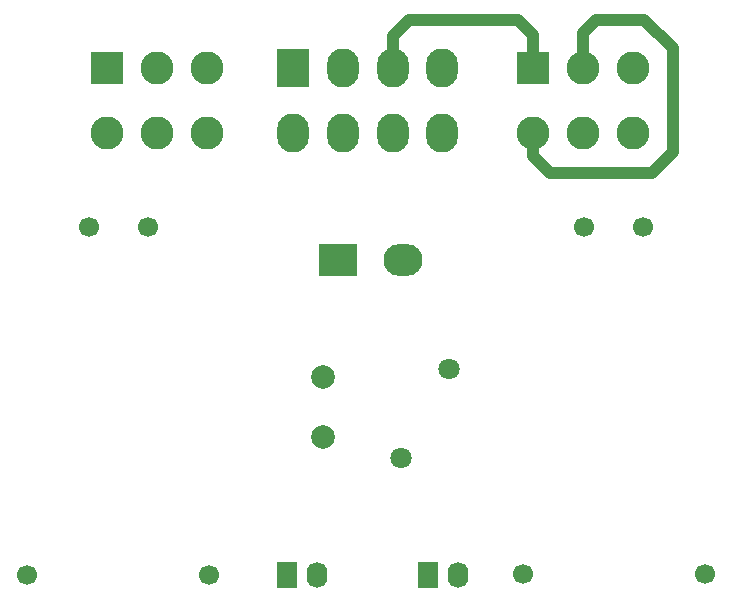
<source format=gtl>
G04 #@! TF.GenerationSoftware,KiCad,Pcbnew,(5.0.1)-3*
G04 #@! TF.CreationDate,2019-01-09T08:56:28+01:00*
G04 #@! TF.ProjectId,P300_HiVolt,503330305F4869566F6C742E6B696361,rev?*
G04 #@! TF.SameCoordinates,Original*
G04 #@! TF.FileFunction,Copper,L1,Top,Signal*
G04 #@! TF.FilePolarity,Positive*
%FSLAX46Y46*%
G04 Gerber Fmt 4.6, Leading zero omitted, Abs format (unit mm)*
G04 Created by KiCad (PCBNEW (5.0.1)-3) date 09.01.2019 08:56:28*
%MOMM*%
%LPD*%
G01*
G04 APERTURE LIST*
G04 #@! TA.AperFunction,ComponentPad*
%ADD10R,2.800000X2.800000*%
G04 #@! TD*
G04 #@! TA.AperFunction,ComponentPad*
%ADD11C,2.800000*%
G04 #@! TD*
G04 #@! TA.AperFunction,ComponentPad*
%ADD12C,1.700000*%
G04 #@! TD*
G04 #@! TA.AperFunction,ComponentPad*
%ADD13R,3.300000X2.700000*%
G04 #@! TD*
G04 #@! TA.AperFunction,ComponentPad*
%ADD14O,3.300000X2.700000*%
G04 #@! TD*
G04 #@! TA.AperFunction,ComponentPad*
%ADD15R,2.700000X3.300000*%
G04 #@! TD*
G04 #@! TA.AperFunction,ComponentPad*
%ADD16O,2.700000X3.300000*%
G04 #@! TD*
G04 #@! TA.AperFunction,ComponentPad*
%ADD17R,1.740000X2.200000*%
G04 #@! TD*
G04 #@! TA.AperFunction,ComponentPad*
%ADD18O,1.740000X2.200000*%
G04 #@! TD*
G04 #@! TA.AperFunction,ComponentPad*
%ADD19C,1.800000*%
G04 #@! TD*
G04 #@! TA.AperFunction,ComponentPad*
%ADD20C,2.000000*%
G04 #@! TD*
G04 #@! TA.AperFunction,Conductor*
%ADD21C,1.000000*%
G04 #@! TD*
G04 APERTURE END LIST*
D10*
G04 #@! TO.P,J3,1*
G04 #@! TO.N,BP_A*
X134366000Y-67564000D03*
D11*
G04 #@! TO.P,J3,2*
G04 #@! TO.N,Net-(J3-Pad2)*
X138566000Y-67564000D03*
G04 #@! TO.P,J3,3*
G04 #@! TO.N,BP_Z*
X142766000Y-67564000D03*
G04 #@! TO.P,J3,4*
G04 #@! TO.N,Net-(J3-Pad2)*
X134366000Y-73064000D03*
G04 #@! TO.P,J3,5*
G04 #@! TO.N,L*
X138566000Y-73064000D03*
G04 #@! TO.P,J3,6*
G04 #@! TO.N,Net-(J3-Pad6)*
X142766000Y-73064000D03*
G04 #@! TD*
D10*
G04 #@! TO.P,J4,1*
G04 #@! TO.N,L2_L*
X98298000Y-67564000D03*
D11*
G04 #@! TO.P,J4,2*
G04 #@! TO.N,L*
X102498000Y-67564000D03*
G04 #@! TO.P,J4,3*
G04 #@! TO.N,Net-(J4-Pad3)*
X106698000Y-67564000D03*
G04 #@! TO.P,J4,4*
G04 #@! TO.N,L1_L*
X98298000Y-73064000D03*
G04 #@! TO.P,J4,5*
G04 #@! TO.N,L*
X102498000Y-73064000D03*
G04 #@! TO.P,J4,6*
G04 #@! TO.N,Net-(J4-Pad6)*
X106698000Y-73064000D03*
G04 #@! TD*
D12*
G04 #@! TO.P,T1,1*
G04 #@! TO.N,L*
X101734000Y-81090000D03*
G04 #@! TO.P,T1,2*
G04 #@! TO.N,N*
X96734000Y-81090000D03*
G04 #@! TO.P,T1,3*
G04 #@! TO.N,/V-*
X106934000Y-110490000D03*
G04 #@! TO.P,T1,4*
G04 #@! TO.N,/V+*
X91534000Y-110490000D03*
G04 #@! TD*
G04 #@! TO.P,T2,1*
G04 #@! TO.N,L*
X143664000Y-81040000D03*
G04 #@! TO.P,T2,2*
G04 #@! TO.N,N*
X138664000Y-81040000D03*
G04 #@! TO.P,T2,3*
G04 #@! TO.N,/5V-*
X148864000Y-110440000D03*
G04 #@! TO.P,T2,4*
G04 #@! TO.N,/5V+*
X133464000Y-110440000D03*
G04 #@! TD*
D13*
G04 #@! TO.P,J1,1*
G04 #@! TO.N,L*
X117856000Y-83820000D03*
D14*
G04 #@! TO.P,J1,2*
G04 #@! TO.N,N*
X123356000Y-83820000D03*
G04 #@! TD*
D15*
G04 #@! TO.P,J2,1*
G04 #@! TO.N,L2_L*
X114046000Y-67564000D03*
D16*
G04 #@! TO.P,J2,2*
G04 #@! TO.N,L1_L*
X118246000Y-67564000D03*
G04 #@! TO.P,J2,3*
G04 #@! TO.N,BP_A*
X122446000Y-67564000D03*
G04 #@! TO.P,J2,4*
G04 #@! TO.N,BP_Z*
X126646000Y-67564000D03*
G04 #@! TO.P,J2,5*
G04 #@! TO.N,N*
X114046000Y-73064000D03*
G04 #@! TO.P,J2,6*
X118246000Y-73064000D03*
G04 #@! TO.P,J2,7*
X122446000Y-73064000D03*
G04 #@! TO.P,J2,8*
G04 #@! TO.N,Net-(J2-Pad8)*
X126646000Y-73064000D03*
G04 #@! TD*
D17*
G04 #@! TO.P,J6,1*
G04 #@! TO.N,/5V-*
X125476000Y-110490000D03*
D18*
G04 #@! TO.P,J6,2*
G04 #@! TO.N,/5V+*
X128016000Y-110490000D03*
G04 #@! TD*
D17*
G04 #@! TO.P,J5,1*
G04 #@! TO.N,/V-*
X113538000Y-110490000D03*
D18*
G04 #@! TO.P,J5,2*
G04 #@! TO.N,/V+*
X116078000Y-110490000D03*
G04 #@! TD*
D19*
G04 #@! TO.P,RV1,1*
G04 #@! TO.N,L*
X123190000Y-100584000D03*
G04 #@! TO.P,RV1,2*
G04 #@! TO.N,N*
X127190000Y-93084000D03*
G04 #@! TD*
D20*
G04 #@! TO.P,F1,1*
G04 #@! TO.N,L*
X116586000Y-98806000D03*
G04 #@! TO.P,F1,2*
X116596000Y-93726000D03*
G04 #@! TD*
D21*
G04 #@! TO.N,BP_A*
X134366000Y-64770000D02*
X134366000Y-67564000D01*
X133096000Y-63500000D02*
X134366000Y-64770000D01*
X123860000Y-63500000D02*
X133096000Y-63500000D01*
X122446000Y-67564000D02*
X122446000Y-64914000D01*
X122446000Y-64914000D02*
X123860000Y-63500000D01*
G04 #@! TO.N,Net-(J3-Pad2)*
X134366000Y-75043898D02*
X134366000Y-73064000D01*
X135786103Y-76464001D02*
X134366000Y-75043898D01*
X144398001Y-76464001D02*
X135786103Y-76464001D01*
X138566000Y-67564000D02*
X138566000Y-64634000D01*
X138566000Y-64634000D02*
X139700000Y-63500000D01*
X139700000Y-63500000D02*
X143734002Y-63500000D01*
X143734002Y-63500000D02*
X146166001Y-65931999D01*
X146166001Y-65931999D02*
X146166001Y-74696001D01*
X146166001Y-74696001D02*
X144398001Y-76464001D01*
G04 #@! TD*
M02*

</source>
